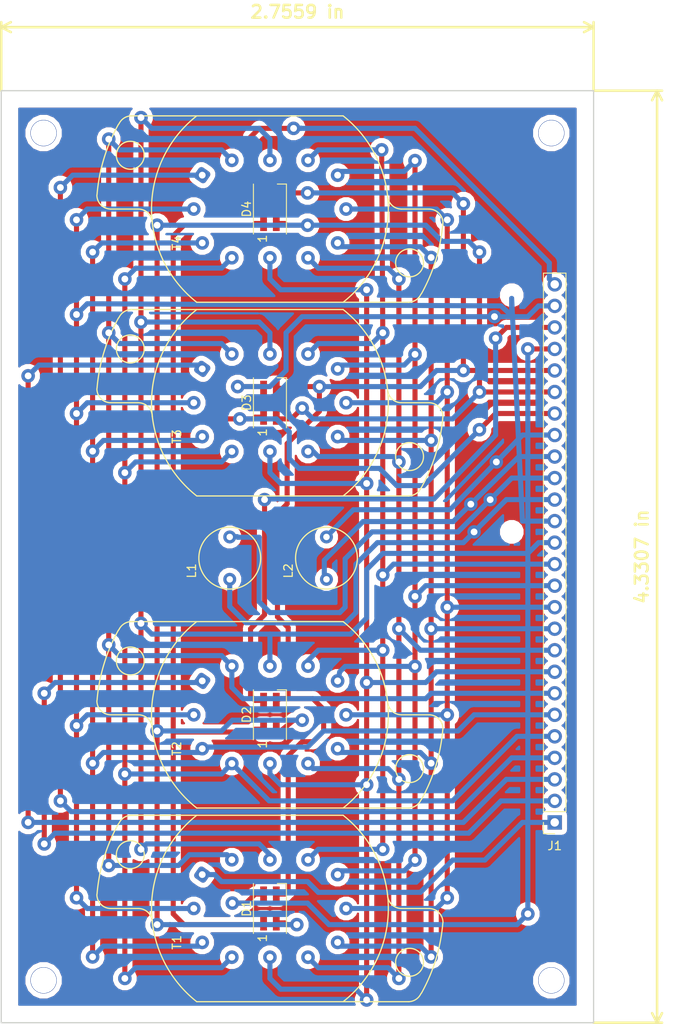
<source format=kicad_pcb>
(kicad_pcb (version 20171130) (host pcbnew 5.0.0-rc2+dfsg1-3)
  (layers (0 F.Cu signal) (31 B.Cu signal) (34 B.Paste user) (35 F.Paste user) (36 B.SilkS user) (37 F.SilkS user) (38 B.Mask user) (39 F.Mask user) (44 Edge.Cuts user))
  (net 0 "")
  (net 1 "Net-(D1-Pad4)")
  (net 2 "Net-(D1-Pad2)")
  (net 3 "Net-(D1-Pad3)")
  (net 4 "Net-(D1-Pad1)")
  (net 5 "Net-(D2-Pad2)")
  (net 6 "Net-(D3-Pad2)")
  (net 7 "Net-(D4-Pad2)")
  (net 8 "Net-(J1-Pad1)")
  (net 9 "Net-(J1-Pad2)")
  (net 10 "Net-(J1-Pad3)")
  (net 11 "Net-(J1-Pad4)")
  (net 12 "Net-(J1-Pad5)")
  (net 13 "Net-(J1-Pad6)")
  (net 14 "Net-(J1-Pad7)")
  (net 15 "Net-(J1-Pad8)")
  (net 16 "Net-(J1-Pad9)")
  (net 17 "Net-(J1-Pad10)")
  (net 18 "Net-(J1-Pad11)")
  (net 19 "Net-(J1-Pad12)")
  (net 20 "Net-(J1-Pad13)")
  (net 21 "Net-(J1-Pad14)")
  (net 22 "Net-(J1-Pad15)")
  (net 23 "Net-(J1-Pad19)")
  (net 24 "Net-(J1-Pad18)")
  (net 25 "Net-(J1-Pad17)")
  (net 26 "Net-(J1-Pad16)")
  (module Connector_PinSocket_2.54mm:PinSocket_1x26_P2.54mm_Vertical (layer F.Cu) (at 120.404972 126.36 180)
    (fp_text reference J1 (at 0 -2.77 180) (layer F.SilkS))
    (fp_text value Conn_01x26_Male hide)
    (pad 1 thru_hole rect (at 0 0 180) (size 1.7 1.7) (drill 1) (layers *.Cu *.Mask) (net 8 "Net-(J1-Pad1)"))
    (pad 2 thru_hole oval (at 0 2.54 180) (size 1.7 1.7) (drill 1) (layers *.Cu *.Mask) (net 9 "Net-(J1-Pad2)"))
    (pad 3 thru_hole oval (at 0 5.08 180) (size 1.7 1.7) (drill 1) (layers *.Cu *.Mask) (net 10 "Net-(J1-Pad3)"))
    (pad 4 thru_hole oval (at 0 7.62 180) (size 1.7 1.7) (drill 1) (layers *.Cu *.Mask) (net 11 "Net-(J1-Pad4)"))
    (pad 5 thru_hole oval (at 0 10.16 180) (size 1.7 1.7) (drill 1) (layers *.Cu *.Mask) (net 12 "Net-(J1-Pad5)"))
    (pad 6 thru_hole oval (at 0 12.7 180) (size 1.7 1.7) (drill 1) (layers *.Cu *.Mask) (net 13 "Net-(J1-Pad6)"))
    (pad 7 thru_hole oval (at 0 15.24 180) (size 1.7 1.7) (drill 1) (layers *.Cu *.Mask) (net 14 "Net-(J1-Pad7)"))
    (pad 8 thru_hole oval (at 0 17.78 180) (size 1.7 1.7) (drill 1) (layers *.Cu *.Mask) (net 15 "Net-(J1-Pad8)"))
    (pad 9 thru_hole oval (at 0 20.32 180) (size 1.7 1.7) (drill 1) (layers *.Cu *.Mask) (net 16 "Net-(J1-Pad9)"))
    (pad 10 thru_hole oval (at 0 22.86 180) (size 1.7 1.7) (drill 1) (layers *.Cu *.Mask) (net 17 "Net-(J1-Pad10)"))
    (pad 11 thru_hole oval (at 0 25.4 180) (size 1.7 1.7) (drill 1) (layers *.Cu *.Mask) (net 18 "Net-(J1-Pad11)"))
    (pad 12 thru_hole oval (at 0 27.94 180) (size 1.7 1.7) (drill 1) (layers *.Cu *.Mask) (net 19 "Net-(J1-Pad12)"))
    (pad 13 thru_hole oval (at 0 30.48 180) (size 1.7 1.7) (drill 1) (layers *.Cu *.Mask) (net 20 "Net-(J1-Pad13)"))
    (pad 14 thru_hole oval (at 0 33.02 180) (size 1.7 1.7) (drill 1) (layers *.Cu *.Mask) (net 21 "Net-(J1-Pad14)"))
    (pad 15 thru_hole oval (at 0 35.56 180) (size 1.7 1.7) (drill 1) (layers *.Cu *.Mask) (net 22 "Net-(J1-Pad15)"))
    (pad 16 thru_hole oval (at 0 38.1 180) (size 1.7 1.7) (drill 1) (layers *.Cu *.Mask) (net 26 "Net-(J1-Pad16)"))
    (pad 17 thru_hole oval (at 0 40.64 180) (size 1.7 1.7) (drill 1) (layers *.Cu *.Mask) (net 25 "Net-(J1-Pad17)"))
    (pad 18 thru_hole oval (at 0 43.18 180) (size 1.7 1.7) (drill 1) (layers *.Cu *.Mask) (net 24 "Net-(J1-Pad18)"))
    (pad 19 thru_hole oval (at 0 45.72 180) (size 1.7 1.7) (drill 1) (layers *.Cu *.Mask) (net 23 "Net-(J1-Pad19)"))
    (pad 20 thru_hole oval (at 0 48.26 180) (size 1.7 1.7) (drill 1) (layers *.Cu *.Mask) (net 4 "Net-(D1-Pad1)"))
    (pad 21 thru_hole oval (at 0 50.8 180) (size 1.7 1.7) (drill 1) (layers *.Cu *.Mask) (net 3 "Net-(D1-Pad3)"))
    (pad 22 thru_hole oval (at 0 53.34 180) (size 1.7 1.7) (drill 1) (layers *.Cu *.Mask) (net 1 "Net-(D1-Pad4)"))
    (pad 23 thru_hole oval (at 0 55.88 180) (size 1.7 1.7) (drill 1) (layers *.Cu *.Mask) (net 2 "Net-(D1-Pad2)"))
    (pad 24 thru_hole oval (at 0 58.42 180) (size 1.7 1.7) (drill 1) (layers *.Cu *.Mask) (net 5 "Net-(D2-Pad2)"))
    (pad 25 thru_hole oval (at 0 60.96 180) (size 1.7 1.7) (drill 1) (layers *.Cu *.Mask) (net 6 "Net-(D3-Pad2)"))
    (pad 26 thru_hole oval (at 0 63.5 180) (size 1.7 1.7) (drill 1) (layers *.Cu *.Mask) (net 7 "Net-(D4-Pad2)"))
  )
  (module Parts:IN-12_0.8mm (layer F.Cu) (at 86.749972 76.83 90)
    (fp_text reference T3 (at -4 -11 90) (layer F.SilkS))
    (fp_text value IN-12)
    (pad 12 thru_hole circle (at 0 -9 90) (size 1.6 1.6) (drill 0.8) (layers *.Cu *.Mask) (net 22 "Net-(J1-Pad15)"))
    (pad 11 thru_hole circle (at -4 -8 90) (size 1.6 1.6) (drill 0.8) (layers *.Cu *.Mask) (net 13 "Net-(J1-Pad6)"))
    (pad 10 thru_hole circle (at -5.75 -4.5 90) (size 1.6 1.6) (drill 0.8) (layers *.Cu *.Mask) (net 12 "Net-(J1-Pad5)"))
    (pad 9 thru_hole circle (at -5.75 0 90) (size 1.6 1.6) (drill 0.8) (layers *.Cu *.Mask) (net 15 "Net-(J1-Pad8)"))
    (pad 8 thru_hole circle (at -5.75 4.5 90) (size 1.6 1.6) (drill 0.8) (layers *.Cu *.Mask) (net 16 "Net-(J1-Pad9)"))
    (pad 7 thru_hole circle (at -4 8 90) (size 1.6 1.6) (drill 0.8) (layers *.Cu *.Mask) (net 17 "Net-(J1-Pad10)"))
    (pad 6 thru_hole circle (at 0 9 90) (size 1.6 1.6) (drill 0.8) (layers *.Cu *.Mask) (net 18 "Net-(J1-Pad11)"))
    (pad 5 thru_hole circle (at 4 8 90) (size 1.6 1.6) (drill 0.8) (layers *.Cu *.Mask) (net 19 "Net-(J1-Pad12)"))
    (pad 4 thru_hole circle (at 5.75 4.5 90) (size 1.6 1.6) (drill 0.8) (layers *.Cu *.Mask) (net 20 "Net-(J1-Pad13)"))
    (pad 3 thru_hole circle (at 5.75 0 90) (size 1.6 1.6) (drill 0.8) (layers *.Cu *.Mask) (net 21 "Net-(J1-Pad14)"))
    (pad 2 thru_hole circle (at 5.75 -4.5 90) (size 1.6 1.6) (drill 0.8) (layers *.Cu *.Mask) (net 14 "Net-(J1-Pad7)"))
    (pad 1 thru_hole roundrect (at 4 -8 145) (size 1.6 1.6) (drill 0.8) (layers *.Cu *.Mask) (net 10 "Net-(J1-Pad3)"))
  )
  (module Parts:IN-12_0.8mm (layer F.Cu) (at 86.749972 136.52 90)
    (fp_text reference T1 (at -4 -11 90) (layer F.SilkS))
    (fp_text value IN-12)
    (pad 12 thru_hole circle (at 0 -9 90) (size 1.6 1.6) (drill 0.8) (layers *.Cu *.Mask) (net 22 "Net-(J1-Pad15)"))
    (pad 11 thru_hole circle (at -4 -8 90) (size 1.6 1.6) (drill 0.8) (layers *.Cu *.Mask) (net 13 "Net-(J1-Pad6)"))
    (pad 10 thru_hole circle (at -5.75 -4.5 90) (size 1.6 1.6) (drill 0.8) (layers *.Cu *.Mask) (net 12 "Net-(J1-Pad5)"))
    (pad 9 thru_hole circle (at -5.75 0 90) (size 1.6 1.6) (drill 0.8) (layers *.Cu *.Mask) (net 15 "Net-(J1-Pad8)"))
    (pad 8 thru_hole circle (at -5.75 4.5 90) (size 1.6 1.6) (drill 0.8) (layers *.Cu *.Mask) (net 16 "Net-(J1-Pad9)"))
    (pad 7 thru_hole circle (at -4 8 90) (size 1.6 1.6) (drill 0.8) (layers *.Cu *.Mask) (net 17 "Net-(J1-Pad10)"))
    (pad 6 thru_hole circle (at 0 9 90) (size 1.6 1.6) (drill 0.8) (layers *.Cu *.Mask) (net 18 "Net-(J1-Pad11)"))
    (pad 5 thru_hole circle (at 4 8 90) (size 1.6 1.6) (drill 0.8) (layers *.Cu *.Mask) (net 19 "Net-(J1-Pad12)"))
    (pad 4 thru_hole circle (at 5.75 4.5 90) (size 1.6 1.6) (drill 0.8) (layers *.Cu *.Mask) (net 20 "Net-(J1-Pad13)"))
    (pad 3 thru_hole circle (at 5.75 0 90) (size 1.6 1.6) (drill 0.8) (layers *.Cu *.Mask) (net 21 "Net-(J1-Pad14)"))
    (pad 2 thru_hole circle (at 5.75 -4.5 90) (size 1.6 1.6) (drill 0.8) (layers *.Cu *.Mask) (net 14 "Net-(J1-Pad7)"))
    (pad 1 thru_hole roundrect (at 4 -8 145) (size 1.6 1.6) (drill 0.8) (layers *.Cu *.Mask) (net 8 "Net-(J1-Pad1)"))
  )
  (module Parts:IN-12_0.8mm (layer F.Cu) (at 86.749972 113.66 90)
    (fp_text reference T2 (at -4 -11 90) (layer F.SilkS))
    (fp_text value IN-12)
    (pad 12 thru_hole circle (at 0 -9 90) (size 1.6 1.6) (drill 0.8) (layers *.Cu *.Mask) (net 22 "Net-(J1-Pad15)"))
    (pad 11 thru_hole circle (at -4 -8 90) (size 1.6 1.6) (drill 0.8) (layers *.Cu *.Mask) (net 13 "Net-(J1-Pad6)"))
    (pad 10 thru_hole circle (at -5.75 -4.5 90) (size 1.6 1.6) (drill 0.8) (layers *.Cu *.Mask) (net 12 "Net-(J1-Pad5)"))
    (pad 9 thru_hole circle (at -5.75 0 90) (size 1.6 1.6) (drill 0.8) (layers *.Cu *.Mask) (net 15 "Net-(J1-Pad8)"))
    (pad 8 thru_hole circle (at -5.75 4.5 90) (size 1.6 1.6) (drill 0.8) (layers *.Cu *.Mask) (net 16 "Net-(J1-Pad9)"))
    (pad 7 thru_hole circle (at -4 8 90) (size 1.6 1.6) (drill 0.8) (layers *.Cu *.Mask) (net 17 "Net-(J1-Pad10)"))
    (pad 6 thru_hole circle (at 0 9 90) (size 1.6 1.6) (drill 0.8) (layers *.Cu *.Mask) (net 18 "Net-(J1-Pad11)"))
    (pad 5 thru_hole circle (at 4 8 90) (size 1.6 1.6) (drill 0.8) (layers *.Cu *.Mask) (net 19 "Net-(J1-Pad12)"))
    (pad 4 thru_hole circle (at 5.75 4.5 90) (size 1.6 1.6) (drill 0.8) (layers *.Cu *.Mask) (net 20 "Net-(J1-Pad13)"))
    (pad 3 thru_hole circle (at 5.75 0 90) (size 1.6 1.6) (drill 0.8) (layers *.Cu *.Mask) (net 21 "Net-(J1-Pad14)"))
    (pad 2 thru_hole circle (at 5.75 -4.5 90) (size 1.6 1.6) (drill 0.8) (layers *.Cu *.Mask) (net 14 "Net-(J1-Pad7)"))
    (pad 1 thru_hole roundrect (at 4 -8 145) (size 1.6 1.6) (drill 0.8) (layers *.Cu *.Mask) (net 9 "Net-(J1-Pad2)"))
  )
  (module Parts:IN-12_0.8mm (layer F.Cu) (at 86.749972 53.97 90)
    (fp_text reference T4 (at -4 -11 90) (layer F.SilkS))
    (fp_text value IN-12)
    (pad 12 thru_hole circle (at 0 -9 90) (size 1.6 1.6) (drill 0.8) (layers *.Cu *.Mask) (net 22 "Net-(J1-Pad15)"))
    (pad 11 thru_hole circle (at -4 -8 90) (size 1.6 1.6) (drill 0.8) (layers *.Cu *.Mask) (net 13 "Net-(J1-Pad6)"))
    (pad 10 thru_hole circle (at -5.75 -4.5 90) (size 1.6 1.6) (drill 0.8) (layers *.Cu *.Mask) (net 12 "Net-(J1-Pad5)"))
    (pad 9 thru_hole circle (at -5.75 0 90) (size 1.6 1.6) (drill 0.8) (layers *.Cu *.Mask) (net 15 "Net-(J1-Pad8)"))
    (pad 8 thru_hole circle (at -5.75 4.5 90) (size 1.6 1.6) (drill 0.8) (layers *.Cu *.Mask) (net 16 "Net-(J1-Pad9)"))
    (pad 7 thru_hole circle (at -4 8 90) (size 1.6 1.6) (drill 0.8) (layers *.Cu *.Mask) (net 17 "Net-(J1-Pad10)"))
    (pad 6 thru_hole circle (at 0 9 90) (size 1.6 1.6) (drill 0.8) (layers *.Cu *.Mask) (net 18 "Net-(J1-Pad11)"))
    (pad 5 thru_hole circle (at 4 8 90) (size 1.6 1.6) (drill 0.8) (layers *.Cu *.Mask) (net 19 "Net-(J1-Pad12)"))
    (pad 4 thru_hole circle (at 5.75 4.5 90) (size 1.6 1.6) (drill 0.8) (layers *.Cu *.Mask) (net 20 "Net-(J1-Pad13)"))
    (pad 3 thru_hole circle (at 5.75 0 90) (size 1.6 1.6) (drill 0.8) (layers *.Cu *.Mask) (net 21 "Net-(J1-Pad14)"))
    (pad 2 thru_hole circle (at 5.75 -4.5 90) (size 1.6 1.6) (drill 0.8) (layers *.Cu *.Mask) (net 14 "Net-(J1-Pad7)"))
    (pad 1 thru_hole roundrect (at 4 -8 145) (size 1.6 1.6) (drill 0.8) (layers *.Cu *.Mask) (net 11 "Net-(J1-Pad4)"))
  )
  (module Parts:LED_3528_3.5x2.8mm (layer F.Cu) (at 86.749972 136.52 90)
    (fp_text reference D1 (at 0 -2.75 90) (layer F.SilkS))
    (fp_text value LED_RGB_CA hide)
    (fp_text user 1 (at -3.5 -0.875 90) (layer F.SilkS))
    (pad 1 smd rect (at -1.7 -0.75 270) (size 1.8 0.8) (layers F.Cu F.Paste F.Mask) (net 4 "Net-(D1-Pad1)"))
    (pad 3 smd rect (at -1.7 0.75 270) (size 1.8 0.8) (layers F.Cu F.Paste F.Mask) (net 3 "Net-(D1-Pad3)"))
    (pad 2 smd rect (at 1.7 -0.75 270) (size 1.8 0.8) (layers F.Cu F.Paste F.Mask) (net 2 "Net-(D1-Pad2)"))
    (pad 4 smd rect (at 1.7 0.75 270) (size 1.8 0.8) (layers F.Cu F.Paste F.Mask) (net 1 "Net-(D1-Pad4)"))
  )
  (module Parts:LED_3528_3.5x2.8mm (layer F.Cu) (at 86.749972 113.66 90)
    (fp_text reference D2 (at 0 -2.75 90) (layer F.SilkS))
    (fp_text value LED_RGB_CA hide)
    (fp_text user 1 (at -3.5 -0.875 90) (layer F.SilkS))
    (pad 1 smd rect (at -1.7 -0.75 270) (size 1.8 0.8) (layers F.Cu F.Paste F.Mask) (net 4 "Net-(D1-Pad1)"))
    (pad 3 smd rect (at -1.7 0.75 270) (size 1.8 0.8) (layers F.Cu F.Paste F.Mask) (net 3 "Net-(D1-Pad3)"))
    (pad 2 smd rect (at 1.7 -0.75 270) (size 1.8 0.8) (layers F.Cu F.Paste F.Mask) (net 5 "Net-(D2-Pad2)"))
    (pad 4 smd rect (at 1.7 0.75 270) (size 1.8 0.8) (layers F.Cu F.Paste F.Mask) (net 1 "Net-(D1-Pad4)"))
  )
  (module Parts:LED_3528_3.5x2.8mm (layer F.Cu) (at 86.749972 76.83 90)
    (fp_text reference D3 (at 0 -2.75 90) (layer F.SilkS))
    (fp_text value LED_RGB_CA hide)
    (fp_text user 1 (at -3.5 -0.875 90) (layer F.SilkS))
    (pad 1 smd rect (at -1.7 -0.75 270) (size 1.8 0.8) (layers F.Cu F.Paste F.Mask) (net 4 "Net-(D1-Pad1)"))
    (pad 3 smd rect (at -1.7 0.75 270) (size 1.8 0.8) (layers F.Cu F.Paste F.Mask) (net 3 "Net-(D1-Pad3)"))
    (pad 2 smd rect (at 1.7 -0.75 270) (size 1.8 0.8) (layers F.Cu F.Paste F.Mask) (net 6 "Net-(D3-Pad2)"))
    (pad 4 smd rect (at 1.7 0.75 270) (size 1.8 0.8) (layers F.Cu F.Paste F.Mask) (net 1 "Net-(D1-Pad4)"))
  )
  (module Parts:LED_3528_3.5x2.8mm (layer F.Cu) (at 86.749972 53.97 90)
    (fp_text reference D4 (at 0 -2.75 90) (layer F.SilkS))
    (fp_text value LED_RGB_CA hide)
    (fp_text user 1 (at -3.5 -0.875 90) (layer F.SilkS))
    (pad 1 smd rect (at -1.7 -0.75 270) (size 1.8 0.8) (layers F.Cu F.Paste F.Mask) (net 4 "Net-(D1-Pad1)"))
    (pad 3 smd rect (at -1.7 0.75 270) (size 1.8 0.8) (layers F.Cu F.Paste F.Mask) (net 3 "Net-(D1-Pad3)"))
    (pad 2 smd rect (at 1.7 -0.75 270) (size 1.8 0.8) (layers F.Cu F.Paste F.Mask) (net 7 "Net-(D4-Pad2)"))
    (pad 4 smd rect (at 1.7 0.75 270) (size 1.8 0.8) (layers F.Cu F.Paste F.Mask) (net 1 "Net-(D1-Pad4)"))
  )
  (module Parts:ins-1 (layer F.Cu) (at 82 95.17 90)
    (fp_text reference L1 (at -1.5 -4.5 90) (layer F.SilkS))
    (fp_text value ins-1)
    (pad 2 thru_hole circle (at 2.5 0 90) (size 1.524 1.524) (drill 0.762) (layers *.Cu *.Mask) (net 25 "Net-(J1-Pad17)"))
    (pad 1 thru_hole circle (at -2.5 0 90) (size 1.524 1.524) (drill 0.762) (layers *.Cu *.Mask) (net 26 "Net-(J1-Pad16)"))
  )
  (module Parts:ins-1 (layer F.Cu) (at 93.43 95.17 90)
    (fp_text reference L2 (at -1.5 -4.5 90) (layer F.SilkS))
    (fp_text value ins-1)
    (pad 1 thru_hole circle (at -2.5 0 90) (size 1.524 1.524) (drill 0.762) (layers *.Cu *.Mask) (net 24 "Net-(J1-Pad18)"))
    (pad 2 thru_hole circle (at 2.5 0 90) (size 1.524 1.524) (drill 0.762) (layers *.Cu *.Mask) (net 23 "Net-(J1-Pad19)"))
  )
  (dimension 110 (width 0.3) (layer F.SilkS) (gr_text "110.000 mm" (at 134.6 95 270) (layer F.SilkS) (effects (font (size 1.5 1.5) (thickness 0.3)))) (feature1 (pts (xy 125 150) (xy 133.086421 150))) (feature2 (pts (xy 125 40) (xy 133.086421 40))) (crossbar (pts (xy 132.5 40) (xy 132.5 150))) (arrow1a (pts (xy 132.5 150) (xy 131.913579 148.873496))) (arrow1b (pts (xy 132.5 150) (xy 133.086421 148.873496))) (arrow2a (pts (xy 132.5 40) (xy 131.913579 41.126504))) (arrow2b (pts (xy 132.5 40) (xy 133.086421 41.126504))))
  (dimension 70 (width 0.3) (layer F.SilkS) (gr_text "70.000 mm" (at 90 30.4) (layer F.SilkS) (effects (font (size 1.5 1.5) (thickness 0.3)))) (feature1 (pts (xy 55 40) (xy 55 31.913579))) (feature2 (pts (xy 125 40) (xy 125 31.913579))) (crossbar (pts (xy 125 32.5) (xy 55 32.5))) (arrow1a (pts (xy 55 32.5) (xy 56.126504 31.913579))) (arrow1b (pts (xy 55 32.5) (xy 56.126504 33.086421))) (arrow2a (pts (xy 125 32.5) (xy 123.873496 31.913579))) (arrow2b (pts (xy 125 32.5) (xy 123.873496 33.086421))))
  (gr_line (start 55 40) (end 125 40) (layer Edge.Cuts) (width 0.15))
  (gr_line (start 55 40) (end 55 150) (layer Edge.Cuts) (width 0.15))
  (gr_line (start 125 150) (end 55 150) (layer Edge.Cuts) (width 0.15))
  (gr_line (start 125 40) (end 125 150) (layer Edge.Cuts) (width 0.15))
  (via (at 120 145) (size 3.1) (drill 3) (layers F.Cu B.Cu) (net 0))
  (via (at 60 145) (size 3.1) (drill 3) (layers F.Cu B.Cu) (net 0))
  (via (at 60 45) (size 3.1) (drill 3) (layers F.Cu B.Cu) (net 0))
  (via (at 120 45) (size 3.1) (drill 3) (layers F.Cu B.Cu) (net 0))
  (via (at 109.609972 73.02) (size 1.6) (drill 0.8) (layers F.Cu B.Cu) (net 1))
  (segment (start 109.609972 73.02) (end 109.609972 53.335) (width 0.6) (layer F.Cu) (net 1))
  (via (at 109.609972 53.335) (size 1.6) (drill 0.8) (layers F.Cu B.Cu) (net 1))
  (segment (start 109.609972 53.335) (end 108.339972 52.065) (width 0.6) (layer B.Cu) (net 1))
  (segment (start 108.339972 52.065) (end 91.194972 52.065) (width 0.6) (layer B.Cu) (net 1))
  (via (at 91.194972 52.065) (size 1.6) (drill 0.8) (layers F.Cu B.Cu) (net 1))
  (segment (start 91.194972 52.065) (end 87.704972 52.065) (width 0.6) (layer F.Cu) (net 1))
  (segment (start 87.704972 52.065) (end 87.499972 52.27) (width 0.6) (layer F.Cu) (net 1))
  (segment (start 106.434972 73.02) (end 109.609972 73.02) (width 0.6) (layer B.Cu) (net 1))
  (segment (start 92.591972 74.925) (end 88.704972 74.925) (width 0.6) (layer F.Cu) (net 1))
  (via (at 92.591972 74.925) (size 1.6) (drill 0.8) (layers F.Cu B.Cu) (net 1))
  (segment (start 88.704972 74.925) (end 88.499972 75.13) (width 0.6) (layer F.Cu) (net 1))
  (segment (start 92.591972 74.925) (end 104.529972 74.925) (width 0.6) (layer B.Cu) (net 1))
  (segment (start 88.499972 75.13) (end 87.499972 75.13) (width 0.6) (layer F.Cu) (net 1))
  (segment (start 104.529972 74.925) (end 106.434972 73.02) (width 0.6) (layer B.Cu) (net 1))
  (segment (start 88.019972 111.755) (end 87.499972 111.96) (width 0.6) (layer F.Cu) (net 1))
  (segment (start 91.829972 111.755) (end 88.019972 111.755) (width 0.6) (layer F.Cu) (net 1))
  (segment (start 93.099972 113.025) (end 91.829972 111.755) (width 0.6) (layer F.Cu) (net 1))
  (segment (start 88.499972 134.82) (end 88.908972 134.411) (width 0.6) (layer F.Cu) (net 1))
  (segment (start 87.499972 134.82) (end 88.499972 134.82) (width 0.6) (layer F.Cu) (net 1))
  (segment (start 88.908972 118.486) (end 90.559972 116.835) (width 0.6) (layer F.Cu) (net 1))
  (segment (start 93.099972 115.565) (end 93.099972 113.025) (width 0.6) (layer F.Cu) (net 1))
  (segment (start 88.908972 134.411) (end 88.908972 118.486) (width 0.6) (layer F.Cu) (net 1))
  (segment (start 91.829972 116.835) (end 93.099972 115.565) (width 0.6) (layer F.Cu) (net 1))
  (segment (start 90.559972 116.835) (end 91.829972 116.835) (width 0.6) (layer F.Cu) (net 1))
  (segment (start 109.609972 73.02) (end 120.404972 73.02) (width 0.6) (layer F.Cu) (net 1))
  (segment (start 92.591972 77.846) (end 92.591972 74.925) (width 0.6) (layer F.Cu) (net 1))
  (segment (start 88.781972 81.656) (end 92.591972 77.846) (width 0.6) (layer F.Cu) (net 1))
  (segment (start 88.908972 111.755) (end 88.908972 103.373) (width 0.6) (layer F.Cu) (net 1))
  (segment (start 88.019972 111.755) (end 88.908972 111.755) (width 0.6) (layer F.Cu) (net 1))
  (segment (start 88.908972 103.373) (end 87.638972 102.103) (width 0.6) (layer F.Cu) (net 1))
  (segment (start 87.638972 102.103) (end 87.638972 89.911) (width 0.6) (layer F.Cu) (net 1))
  (segment (start 87.638972 89.911) (end 88.781972 88.768) (width 0.6) (layer F.Cu) (net 1))
  (segment (start 88.781972 88.768) (end 88.781972 81.656) (width 0.6) (layer F.Cu) (net 1))
  (segment (start 84.999972 134.82) (end 83.934972 135.885) (width 0.6) (layer F.Cu) (net 2))
  (segment (start 85.999972 134.82) (end 84.999972 134.82) (width 0.6) (layer F.Cu) (net 2))
  (segment (start 83.934972 135.885) (end 82.304972 135.885) (width 0.6) (layer F.Cu) (net 2))
  (via (at 82.304972 135.885) (size 1.6) (drill 0.8) (layers F.Cu B.Cu) (net 2))
  (via (at 117.229972 70.48) (size 1.6) (drill 0.8) (layers F.Cu B.Cu) (net 2))
  (segment (start 82.304972 135.885) (end 91.194972 135.885) (width 0.6) (layer B.Cu) (net 2))
  (segment (start 91.194972 135.885) (end 93.734972 138.425) (width 0.6) (layer B.Cu) (net 2))
  (segment (start 93.734972 138.425) (end 115.959972 138.425) (width 0.6) (layer B.Cu) (net 2))
  (segment (start 115.959972 138.425) (end 117.229972 137.155) (width 0.6) (layer B.Cu) (net 2))
  (segment (start 117.229972 70.48) (end 117.229972 137.155) (width 0.6) (layer B.Cu) (net 2))
  (via (at 117.229972 137.155) (size 1.6) (drill 0.8) (layers F.Cu B.Cu) (net 2))
  (segment (start 120.404972 70.48) (end 117.229972 70.48) (width 0.6) (layer F.Cu) (net 2))
  (segment (start 88.499972 55.67) (end 88.704972 55.875) (width 0.6) (layer F.Cu) (net 3))
  (segment (start 87.499972 55.67) (end 88.499972 55.67) (width 0.6) (layer F.Cu) (net 3))
  (segment (start 88.704972 55.875) (end 91.194972 55.875) (width 0.6) (layer F.Cu) (net 3))
  (via (at 91.194972 55.875) (size 1.6) (drill 0.8) (layers F.Cu B.Cu) (net 3))
  (segment (start 74.049972 138.425) (end 73.414972 138.425) (width 0.6) (layer B.Cu) (net 3))
  (via (at 73.414972 138.425) (size 1.6) (drill 0.8) (layers F.Cu B.Cu) (net 3))
  (via (at 90.559972 114.295) (size 1.6) (drill 0.8) (layers F.Cu B.Cu) (net 3))
  (segment (start 90.559972 114.295) (end 82.304972 114.295) (width 0.6) (layer B.Cu) (net 3))
  (segment (start 82.304972 114.295) (end 81.034972 115.565) (width 0.6) (layer B.Cu) (net 3))
  (segment (start 81.034972 115.565) (end 73.414972 115.565) (width 0.6) (layer B.Cu) (net 3))
  (via (at 73.414972 115.565) (size 1.6) (drill 0.8) (layers F.Cu B.Cu) (net 3))
  (segment (start 73.414972 115.565) (end 73.414972 138.425) (width 0.6) (layer F.Cu) (net 3))
  (via (at 90.559972 77.465) (size 1.6) (drill 0.8) (layers F.Cu B.Cu) (net 3))
  (segment (start 87.704972 78.735) (end 87.499972 78.53) (width 0.6) (layer F.Cu) (net 3))
  (segment (start 89.289972 78.735) (end 87.704972 78.735) (width 0.6) (layer F.Cu) (net 3))
  (segment (start 89.289972 78.735) (end 90.559972 77.465) (width 0.6) (layer F.Cu) (net 3))
  (segment (start 89.564972 114.295) (end 90.559972 114.295) (width 0.6) (layer F.Cu) (net 3))
  (segment (start 87.384972 115.565) (end 88.019972 115.565) (width 0.6) (layer F.Cu) (net 3))
  (segment (start 88.019972 115.565) (end 89.564972 114.295) (width 0.6) (layer F.Cu) (net 3))
  (segment (start 73.414972 115.565) (end 73.414972 55.875) (width 0.6) (layer F.Cu) (net 3))
  (via (at 73.414972 55.875) (size 1.6) (drill 0.8) (layers F.Cu B.Cu) (net 3))
  (segment (start 91.194972 55.875) (end 73.414972 55.875) (width 0.6) (layer B.Cu) (net 3))
  (segment (start 107.069972 57.78) (end 110.244972 57.78) (width 0.6) (layer B.Cu) (net 3))
  (segment (start 110.244972 57.78) (end 111.514972 59.05) (width 0.6) (layer B.Cu) (net 3))
  (segment (start 105.164972 55.875) (end 107.069972 57.78) (width 0.6) (layer B.Cu) (net 3))
  (via (at 111.514972 59.05) (size 1.6) (drill 0.8) (layers F.Cu B.Cu) (net 3))
  (segment (start 91.194972 55.875) (end 105.164972 55.875) (width 0.6) (layer B.Cu) (net 3))
  (segment (start 108.339972 78.735) (end 111.514972 75.56) (width 0.6) (layer B.Cu) (net 3))
  (segment (start 90.559972 77.465) (end 91.829972 78.735) (width 0.6) (layer B.Cu) (net 3))
  (segment (start 91.829972 78.735) (end 108.339972 78.735) (width 0.6) (layer B.Cu) (net 3))
  (via (at 111.514972 75.56) (size 1.6) (drill 0.8) (layers F.Cu B.Cu) (net 3))
  (segment (start 111.514972 59.05) (end 111.514972 75.56) (width 0.6) (layer F.Cu) (net 3))
  (segment (start 88.499972 138.22) (end 87.499972 138.22) (width 0.6) (layer F.Cu) (net 3))
  (segment (start 89.924972 138.425) (end 73.414972 138.425) (width 0.6) (layer B.Cu) (net 3))
  (segment (start 88.704972 138.425) (end 88.499972 138.22) (width 0.6) (layer F.Cu) (net 3))
  (via (at 89.924972 138.425) (size 1.6) (drill 0.8) (layers F.Cu B.Cu) (net 3))
  (segment (start 89.924972 138.425) (end 88.704972 138.425) (width 0.6) (layer F.Cu) (net 3))
  (segment (start 111.514972 75.56) (end 120.404972 75.56) (width 0.6) (layer F.Cu) (net 3))
  (segment (start 76.589972 138.425) (end 85.794972 138.425) (width 0.6) (layer F.Cu) (net 4))
  (segment (start 84.999972 55.67) (end 84.794972 55.875) (width 0.6) (layer F.Cu) (net 4))
  (segment (start 85.794972 138.425) (end 85.999972 138.22) (width 0.6) (layer F.Cu) (net 4))
  (segment (start 85.999972 55.67) (end 84.999972 55.67) (width 0.6) (layer F.Cu) (net 4))
  (segment (start 84.794972 55.875) (end 76.589972 55.875) (width 0.6) (layer F.Cu) (net 4))
  (segment (start 76.589972 55.875) (end 75.319972 57.145) (width 0.6) (layer F.Cu) (net 4))
  (segment (start 75.319972 137.155) (end 76.589972 138.425) (width 0.6) (layer F.Cu) (net 4))
  (segment (start 84.999972 78.53) (end 84.794972 78.735) (width 0.6) (layer F.Cu) (net 4))
  (segment (start 85.999972 78.53) (end 84.999972 78.53) (width 0.6) (layer F.Cu) (net 4))
  (segment (start 75.954972 78.735) (end 75.319972 79.37) (width 0.6) (layer F.Cu) (net 4))
  (segment (start 84.794972 78.735) (end 83.193972 78.735) (width 0.6) (layer F.Cu) (net 4))
  (segment (start 75.319972 57.145) (end 75.319972 79.37) (width 0.6) (layer F.Cu) (net 4))
  (segment (start 83.193972 78.735) (end 75.954972 78.735) (width 0.6) (layer F.Cu) (net 4))
  (via (at 83.193972 78.735) (size 1.6) (drill 0.8) (layers F.Cu B.Cu) (net 4))
  (segment (start 84.999972 115.36) (end 84.667972 115.692) (width 0.6) (layer F.Cu) (net 4))
  (segment (start 84.667972 115.692) (end 75.319972 115.692) (width 0.6) (layer F.Cu) (net 4))
  (segment (start 85.999972 115.36) (end 84.999972 115.36) (width 0.6) (layer F.Cu) (net 4))
  (segment (start 75.319972 79.37) (end 75.319972 115.692) (width 0.6) (layer F.Cu) (net 4))
  (segment (start 75.319972 115.692) (end 75.319972 137.155) (width 0.6) (layer F.Cu) (net 4))
  (segment (start 113.419972 78.1) (end 119.769972 78.1) (width 0.6) (layer F.Cu) (net 4))
  (segment (start 104.910972 86.609) (end 111.509972 80.01) (width 0.6) (layer B.Cu) (net 4))
  (segment (start 101.735972 86.609) (end 104.910972 86.609) (width 0.6) (layer B.Cu) (net 4))
  (segment (start 82.939972 78.735) (end 87.511972 78.735) (width 0.6) (layer B.Cu) (net 4))
  (segment (start 87.511972 78.735) (end 89.035972 80.259) (width 0.6) (layer B.Cu) (net 4))
  (segment (start 89.035972 80.259) (end 89.035972 83.434) (width 0.6) (layer B.Cu) (net 4))
  (segment (start 89.035972 83.434) (end 90.178972 84.577) (width 0.6) (layer B.Cu) (net 4))
  (segment (start 90.178972 84.577) (end 99.703972 84.577) (width 0.6) (layer B.Cu) (net 4))
  (segment (start 99.703972 84.577) (end 101.735972 86.609) (width 0.6) (layer B.Cu) (net 4))
  (segment (start 111.509972 80.01) (end 113.419972 78.1) (width 0.6) (layer F.Cu) (net 4))
  (via (at 111.509972 80.01) (size 1.6) (drill 0.8) (layers F.Cu B.Cu) (net 4))
  (segment (start 113.419972 80.64) (end 113.419972 69.215) (width 0.6) (layer B.Cu) (net 5))
  (segment (start 84.999972 111.96) (end 85.999972 111.96) (width 0.6) (layer F.Cu) (net 5))
  (segment (start 84.463972 111.424) (end 84.999972 111.96) (width 0.6) (layer F.Cu) (net 5))
  (via (at 86.114972 88.26) (size 1.6) (drill 0.8) (layers F.Cu B.Cu) (net 5))
  (segment (start 86.114972 101.849) (end 84.463972 103.5) (width 0.6) (layer F.Cu) (net 5))
  (segment (start 84.463972 103.5) (end 84.463972 111.424) (width 0.6) (layer F.Cu) (net 5))
  (segment (start 86.114972 88.26) (end 86.114972 101.849) (width 0.6) (layer F.Cu) (net 5))
  (segment (start 114.689972 67.94) (end 120.404972 67.94) (width 0.6) (layer F.Cu) (net 5))
  (segment (start 113.419972 69.21) (end 114.689972 67.94) (width 0.6) (layer F.Cu) (net 5))
  (segment (start 106.13 88.185) (end 113.419972 80.64) (width 0.6) (layer B.Cu) (net 5))
  (segment (start 86.445 88.185) (end 106.13 88.185) (width 0.6) (layer B.Cu) (net 5))
  (segment (start 113.419972 69.215) (end 113.419972 69.21) (width 0.6) (layer B.Cu) (net 5))
  (via (at 113.419972 69.215) (size 1.6) (drill 0.8) (layers F.Cu B.Cu) (net 5))
  (via (at 82.939972 74.925) (size 1.6) (drill 0.8) (layers F.Cu B.Cu) (net 6))
  (segment (start 86.114972 74.925) (end 82.939972 74.925) (width 0.6) (layer F.Cu) (net 6))
  (segment (start 85.999972 75.13) (end 86.114972 74.925) (width 0.6) (layer F.Cu) (net 6))
  (segment (start 118.499972 65.4) (end 120.404972 65.4) (width 0.6) (layer B.Cu) (net 6))
  (segment (start 86.749972 74.925) (end 88.654972 73.02) (width 0.6) (layer B.Cu) (net 6))
  (segment (start 82.939972 74.925) (end 86.749972 74.925) (width 0.6) (layer B.Cu) (net 6))
  (segment (start 88.654972 73.02) (end 88.654972 68.575) (width 0.6) (layer B.Cu) (net 6))
  (segment (start 88.654972 68.575) (end 90.559972 66.67) (width 0.6) (layer B.Cu) (net 6))
  (segment (start 90.559972 66.67) (end 113.284 66.67) (width 0.6) (layer B.Cu) (net 6))
  (segment (start 117.229972 66.67) (end 118.499972 65.4) (width 0.6) (layer B.Cu) (net 6))
  (segment (start 113.284 66.67) (end 117.229972 66.67) (width 0.6) (layer B.Cu) (net 6))
  (via (at 113.284 66.67) (size 1.6) (drill 0.8) (layers F.Cu B.Cu) (net 6))
  (segment (start 86.114972 52.7) (end 86.114972 52.065) (width 0.6) (layer F.Cu) (net 7))
  (segment (start 84.999972 52.27) (end 84.463972 51.734) (width 0.6) (layer F.Cu) (net 7))
  (segment (start 85.999972 52.27) (end 84.999972 52.27) (width 0.6) (layer F.Cu) (net 7))
  (segment (start 84.463972 51.734) (end 84.463972 45.461) (width 0.6) (layer F.Cu) (net 7))
  (segment (start 84.463972 45.461) (end 85.479972 44.445) (width 0.6) (layer F.Cu) (net 7))
  (segment (start 85.479972 44.445) (end 89.543972 44.445) (width 0.6) (layer F.Cu) (net 7))
  (via (at 89.543972 44.445) (size 1.6) (drill 0.8) (layers F.Cu B.Cu) (net 7))
  (segment (start 90.3925 44.445) (end 90.422501 44.414999) (width 0.6) (layer B.Cu) (net 7))
  (segment (start 90.3925 44.445) (end 89.543972 44.445) (width 0.6) (layer B.Cu) (net 7))
  (segment (start 103.894972 44.445) (end 90.3925 44.445) (width 0.6) (layer B.Cu) (net 7))
  (segment (start 119.769972 60.32) (end 103.894972 44.445) (width 0.6) (layer B.Cu) (net 7))
  (segment (start 120.404972 62.86) (end 119.769972 62.225) (width 0.6) (layer B.Cu) (net 7))
  (segment (start 119.769972 62.225) (end 119.769972 60.32) (width 0.6) (layer B.Cu) (net 7))
  (segment (start 116.594972 126.36) (end 120.404972 126.36) (width 0.6) (layer B.Cu) (net 8))
  (segment (start 112.149972 130.805) (end 116.594972 126.36) (width 0.6) (layer B.Cu) (net 8))
  (segment (start 80.209972 132.52) (end 81.034972 133.345) (width 0.6) (layer B.Cu) (net 8))
  (segment (start 78.749972 132.52) (end 80.209972 132.52) (width 0.6) (layer B.Cu) (net 8))
  (segment (start 108.339972 130.805) (end 112.149972 130.805) (width 0.6) (layer B.Cu) (net 8))
  (segment (start 81.034972 133.345) (end 91.194972 133.345) (width 0.6) (layer B.Cu) (net 8))
  (segment (start 91.194972 133.345) (end 92.464972 134.615) (width 0.6) (layer B.Cu) (net 8))
  (segment (start 104.529972 134.615) (end 108.339972 130.805) (width 0.6) (layer B.Cu) (net 8))
  (segment (start 92.464972 134.615) (end 104.529972 134.615) (width 0.6) (layer B.Cu) (net 8))
  (via (at 60.079972 111.12) (size 1.6) (drill 0.8) (layers F.Cu B.Cu) (net 9))
  (segment (start 60.079972 111.12) (end 60.079972 128.9) (width 0.6) (layer F.Cu) (net 9))
  (via (at 60.079972 128.9) (size 1.6) (drill 0.8) (layers F.Cu B.Cu) (net 9))
  (segment (start 61.349972 109.85) (end 60.079972 111.12) (width 0.6) (layer B.Cu) (net 9))
  (segment (start 78.494972 109.85) (end 61.349972 109.85) (width 0.6) (layer B.Cu) (net 9))
  (segment (start 61.349972 127.63) (end 60.079972 128.9) (width 0.6) (layer B.Cu) (net 9))
  (segment (start 110.244972 127.63) (end 61.349972 127.63) (width 0.6) (layer B.Cu) (net 9))
  (segment (start 120.404972 123.82) (end 114.054972 123.82) (width 0.6) (layer B.Cu) (net 9))
  (segment (start 114.054972 123.82) (end 110.244972 127.63) (width 0.6) (layer B.Cu) (net 9))
  (via (at 58.174972 73.655) (size 1.6) (drill 0.8) (layers F.Cu B.Cu) (net 10))
  (segment (start 58.174972 73.655) (end 59.444972 72.385) (width 0.6) (layer B.Cu) (net 10))
  (segment (start 58.174972 73.655) (end 58.174972 126.36) (width 0.6) (layer F.Cu) (net 10))
  (via (at 58.174972 126.36) (size 1.6) (drill 0.8) (layers F.Cu B.Cu) (net 10))
  (segment (start 59.444972 72.385) (end 78.494972 72.385) (width 0.6) (layer B.Cu) (net 10))
  (segment (start 109.609972 126.36) (end 58.174972 126.36) (width 0.6) (layer B.Cu) (net 10))
  (segment (start 120.404972 121.28) (end 114.689972 121.28) (width 0.6) (layer B.Cu) (net 10))
  (segment (start 114.689972 121.28) (end 109.609972 126.36) (width 0.6) (layer B.Cu) (net 10))
  (segment (start 78.749972 49.97) (end 63.444972 49.97) (width 0.6) (layer B.Cu) (net 11))
  (segment (start 63.444972 49.97) (end 61.984972 51.43) (width 0.6) (layer B.Cu) (net 11))
  (via (at 61.984972 51.43) (size 1.6) (drill 0.8) (layers F.Cu B.Cu) (net 11))
  (segment (start 61.984972 51.43) (end 61.984972 123.82) (width 0.6) (layer F.Cu) (net 11))
  (via (at 61.984972 123.82) (size 1.6) (drill 0.8) (layers F.Cu B.Cu) (net 11))
  (segment (start 63.254972 125.09) (end 61.984972 123.82) (width 0.6) (layer B.Cu) (net 11))
  (segment (start 108.974972 125.09) (end 63.254972 125.09) (width 0.6) (layer B.Cu) (net 11))
  (segment (start 120.404972 118.74) (end 115.324972 118.74) (width 0.6) (layer B.Cu) (net 11))
  (segment (start 115.324972 118.74) (end 108.974972 125.09) (width 0.6) (layer B.Cu) (net 11))
  (via (at 69.604972 144.775) (size 1.6) (drill 0.8) (layers F.Cu B.Cu) (net 12))
  (segment (start 69.604972 144.775) (end 70.874972 143.505) (width 0.6) (layer B.Cu) (net 12))
  (via (at 69.604972 62.225) (size 1.6) (drill 0.8) (layers F.Cu B.Cu) (net 12))
  (segment (start 70.874972 83.815) (end 69.604972 85.085) (width 0.6) (layer B.Cu) (net 12))
  (segment (start 69.604972 85.085) (end 69.604972 62.225) (width 0.6) (layer F.Cu) (net 12))
  (via (at 69.604972 85.085) (size 1.6) (drill 0.8) (layers F.Cu B.Cu) (net 12))
  (segment (start 69.604972 120.645) (end 69.604972 144.775) (width 0.6) (layer F.Cu) (net 12))
  (segment (start 69.604972 120.645) (end 69.604972 85.085) (width 0.6) (layer F.Cu) (net 12))
  (via (at 69.604972 120.645) (size 1.6) (drill 0.8) (layers F.Cu B.Cu) (net 12))
  (segment (start 81.034972 83.815) (end 70.874972 83.815) (width 0.6) (layer B.Cu) (net 12))
  (segment (start 81.449973 83.399999) (end 81.034972 83.815) (width 0.6) (layer B.Cu) (net 12))
  (segment (start 82.249972 82.58) (end 81.449973 83.379999) (width 0.6) (layer B.Cu) (net 12))
  (segment (start 81.449973 83.379999) (end 81.449973 83.399999) (width 0.6) (layer B.Cu) (net 12))
  (segment (start 81.014972 143.505) (end 82.249972 142.27) (width 0.6) (layer B.Cu) (net 12))
  (segment (start 70.874972 143.505) (end 81.014972 143.505) (width 0.6) (layer B.Cu) (net 12))
  (segment (start 82.249972 59.72) (end 81.034972 60.935) (width 0.6) (layer B.Cu) (net 12))
  (segment (start 81.034972 60.935) (end 70.874972 60.955) (width 0.6) (layer B.Cu) (net 12))
  (segment (start 70.894972 60.935) (end 69.604972 62.225) (width 0.6) (layer B.Cu) (net 12))
  (segment (start 86.659972 123.82) (end 82.249972 119.41) (width 0.6) (layer B.Cu) (net 12))
  (segment (start 108.339972 123.82) (end 86.659972 123.82) (width 0.6) (layer B.Cu) (net 12))
  (segment (start 120.404972 116.2) (end 115.959972 116.2) (width 0.6) (layer B.Cu) (net 12))
  (segment (start 115.959972 116.2) (end 108.339972 123.82) (width 0.6) (layer B.Cu) (net 12))
  (segment (start 81.449973 120.209999) (end 82.249972 119.41) (width 0.6) (layer B.Cu) (net 12))
  (segment (start 69.604972 120.645) (end 81.034972 120.645) (width 0.6) (layer B.Cu) (net 12))
  (segment (start 81.449973 120.229999) (end 81.449973 120.209999) (width 0.6) (layer B.Cu) (net 12))
  (segment (start 81.034972 120.645) (end 81.449973 120.229999) (width 0.6) (layer B.Cu) (net 12))
  (via (at 65.794972 142.235) (size 1.6) (drill 0.8) (layers F.Cu B.Cu) (net 13))
  (segment (start 65.794972 142.235) (end 67.064972 140.965) (width 0.6) (layer B.Cu) (net 13))
  (segment (start 65.794972 142.235) (end 65.794972 119.375) (width 0.6) (layer F.Cu) (net 13))
  (via (at 65.794972 59.05) (size 1.6) (drill 0.8) (layers F.Cu B.Cu) (net 13))
  (segment (start 67.064972 118.105) (end 65.794972 119.375) (width 0.6) (layer B.Cu) (net 13))
  (segment (start 65.794972 119.375) (end 65.794972 82.545) (width 0.6) (layer F.Cu) (net 13))
  (via (at 65.794972 119.375) (size 1.6) (drill 0.8) (layers F.Cu B.Cu) (net 13))
  (segment (start 67.064972 81.275) (end 65.794972 82.545) (width 0.6) (layer B.Cu) (net 13))
  (segment (start 65.794972 82.545) (end 65.794972 59.05) (width 0.6) (layer F.Cu) (net 13))
  (via (at 65.794972 82.545) (size 1.6) (drill 0.8) (layers F.Cu B.Cu) (net 13))
  (segment (start 66.874972 57.97) (end 65.794972 59.05) (width 0.6) (layer B.Cu) (net 13))
  (segment (start 78.749972 57.97) (end 66.874972 57.97) (width 0.6) (layer B.Cu) (net 13))
  (segment (start 78.494972 81.275) (end 67.064972 81.275) (width 0.6) (layer B.Cu) (net 13))
  (segment (start 78.749972 80.83) (end 78.749972 81.02) (width 0.6) (layer B.Cu) (net 13))
  (segment (start 78.749972 81.02) (end 78.494972 81.275) (width 0.6) (layer B.Cu) (net 13))
  (segment (start 78.494972 118.105) (end 67.064972 118.105) (width 0.6) (layer B.Cu) (net 13))
  (segment (start 78.749972 117.66) (end 78.749972 117.85) (width 0.6) (layer B.Cu) (net 13))
  (segment (start 78.749972 117.85) (end 78.494972 118.105) (width 0.6) (layer B.Cu) (net 13))
  (segment (start 78.304972 140.965) (end 78.749972 140.52) (width 0.6) (layer B.Cu) (net 13))
  (segment (start 67.064972 140.965) (end 78.304972 140.965) (width 0.6) (layer B.Cu) (net 13))
  (segment (start 78.939972 117.47) (end 78.749972 117.66) (width 0.6) (layer B.Cu) (net 13))
  (segment (start 79.764972 117.47) (end 78.939972 117.47) (width 0.6) (layer B.Cu) (net 13))
  (segment (start 79.764972 117.47) (end 79.129972 117.47) (width 0.6) (layer B.Cu) (net 13))
  (segment (start 93.099972 115.565) (end 91.194972 117.47) (width 0.6) (layer B.Cu) (net 13))
  (segment (start 108.974972 115.565) (end 93.099972 115.565) (width 0.6) (layer B.Cu) (net 13))
  (segment (start 120.404972 113.66) (end 110.879972 113.66) (width 0.6) (layer B.Cu) (net 13))
  (segment (start 91.194972 117.47) (end 79.764972 117.47) (width 0.6) (layer B.Cu) (net 13))
  (segment (start 110.879972 113.66) (end 108.974972 115.565) (width 0.6) (layer B.Cu) (net 13))
  (segment (start 68.969972 106.675) (end 67.699972 105.405) (width 0.6) (layer B.Cu) (net 14))
  (via (at 67.699972 105.405) (size 1.6) (drill 0.8) (layers F.Cu B.Cu) (net 14))
  (via (at 67.699972 68.575) (size 1.6) (drill 0.8) (layers F.Cu B.Cu) (net 14))
  (segment (start 67.699972 105.405) (end 67.699972 68.575) (width 0.6) (layer F.Cu) (net 14))
  (segment (start 67.699972 68.575) (end 68.969972 69.845) (width 0.6) (layer B.Cu) (net 14))
  (segment (start 67.699972 68.575) (end 67.699972 45.715) (width 0.6) (layer F.Cu) (net 14))
  (via (at 67.699972 45.715) (size 1.6) (drill 0.8) (layers F.Cu B.Cu) (net 14))
  (segment (start 67.699972 45.715) (end 68.969972 46.985) (width 0.6) (layer B.Cu) (net 14))
  (via (at 67.699972 131.44) (size 1.6) (drill 0.8) (layers F.Cu B.Cu) (net 14))
  (segment (start 67.699972 131.44) (end 67.699972 105.405) (width 0.6) (layer F.Cu) (net 14))
  (segment (start 77.224972 130.17) (end 75.954972 131.44) (width 0.6) (layer B.Cu) (net 14))
  (segment (start 82.249972 130.77) (end 82.249972 130.75) (width 0.6) (layer B.Cu) (net 14))
  (segment (start 81.669972 130.17) (end 77.224972 130.17) (width 0.6) (layer B.Cu) (net 14))
  (segment (start 82.249972 130.75) (end 81.669972 130.17) (width 0.6) (layer B.Cu) (net 14))
  (segment (start 81.034972 46.985) (end 82.249972 48.22) (width 0.6) (layer B.Cu) (net 14))
  (segment (start 68.969972 46.985) (end 81.034972 46.985) (width 0.6) (layer B.Cu) (net 14))
  (segment (start 81.034972 69.845) (end 82.249972 71.08) (width 0.6) (layer B.Cu) (net 14))
  (segment (start 68.969972 69.845) (end 81.034972 69.845) (width 0.6) (layer B.Cu) (net 14))
  (segment (start 75.954972 131.44) (end 67.699972 131.44) (width 0.6) (layer B.Cu) (net 14))
  (segment (start 81.034972 106.675) (end 68.969972 106.675) (width 0.6) (layer B.Cu) (net 14))
  (segment (start 81.449973 107.090001) (end 81.034972 106.675) (width 0.6) (layer B.Cu) (net 14))
  (segment (start 82.249972 107.91) (end 81.449973 107.110001) (width 0.6) (layer B.Cu) (net 14))
  (segment (start 81.449973 107.110001) (end 81.449973 107.090001) (width 0.6) (layer B.Cu) (net 14))
  (segment (start 82.249972 110.43) (end 82.249972 107.91) (width 0.6) (layer B.Cu) (net 14))
  (segment (start 83.574972 111.755) (end 82.249972 110.43) (width 0.6) (layer B.Cu) (net 14))
  (segment (start 105.164972 111.755) (end 83.574972 111.755) (width 0.6) (layer B.Cu) (net 14))
  (segment (start 120.404972 111.12) (end 105.799972 111.12) (width 0.6) (layer B.Cu) (net 14))
  (segment (start 105.799972 111.12) (end 105.164972 111.755) (width 0.6) (layer B.Cu) (net 14))
  (segment (start 86.749972 142.27) (end 86.749972 144.775) (width 0.6) (layer B.Cu) (net 15))
  (segment (start 86.749972 144.775) (end 88.019972 146.045) (width 0.6) (layer B.Cu) (net 15))
  (segment (start 88.019972 146.045) (end 96.909972 146.045) (width 0.6) (layer B.Cu) (net 15))
  (segment (start 96.909972 146.045) (end 98.179972 147.315) (width 0.6) (layer B.Cu) (net 15))
  (via (at 98.179972 147.315) (size 1.6) (drill 0.8) (layers F.Cu B.Cu) (net 15))
  (via (at 98.179972 109.85) (size 1.6) (drill 0.8) (layers F.Cu B.Cu) (net 15))
  (segment (start 86.749972 120.645) (end 86.749972 119.41) (width 0.6) (layer B.Cu) (net 15))
  (segment (start 88.019972 121.915) (end 86.749972 120.645) (width 0.6) (layer B.Cu) (net 15))
  (segment (start 98.179972 121.915) (end 88.019972 121.915) (width 0.6) (layer B.Cu) (net 15))
  (segment (start 98.179972 121.915) (end 98.179972 147.315) (width 0.6) (layer F.Cu) (net 15))
  (via (at 98.179972 121.915) (size 1.6) (drill 0.8) (layers F.Cu B.Cu) (net 15))
  (segment (start 98.179972 109.85) (end 98.179972 121.915) (width 0.6) (layer F.Cu) (net 15))
  (segment (start 86.749972 62.225) (end 86.749972 59.72) (width 0.6) (layer B.Cu) (net 15))
  (segment (start 88.019972 63.495) (end 86.749972 62.225) (width 0.6) (layer B.Cu) (net 15))
  (segment (start 98.179972 63.495) (end 88.019972 63.495) (width 0.6) (layer B.Cu) (net 15))
  (via (at 98.179972 63.495) (size 1.6) (drill 0.8) (layers F.Cu B.Cu) (net 15))
  (segment (start 106.434972 108.58) (end 120.404972 108.58) (width 0.6) (layer B.Cu) (net 15))
  (segment (start 98.179972 109.85) (end 105.164972 109.85) (width 0.6) (layer B.Cu) (net 15))
  (segment (start 105.164972 109.85) (end 106.434972 108.58) (width 0.6) (layer B.Cu) (net 15))
  (segment (start 86.749972 85.085) (end 86.749972 82.58) (width 0.6) (layer B.Cu) (net 15))
  (segment (start 88.019972 86.355) (end 86.749972 85.085) (width 0.6) (layer B.Cu) (net 15))
  (segment (start 98.179972 86.355) (end 88.019972 86.355) (width 0.6) (layer B.Cu) (net 15))
  (via (at 98.179972 86.355) (size 1.6) (drill 0.8) (layers F.Cu B.Cu) (net 15))
  (segment (start 98.179972 86.355) (end 98.179972 109.85) (width 0.6) (layer F.Cu) (net 15))
  (segment (start 98.179972 63.495) (end 98.179972 86.355) (width 0.6) (layer F.Cu) (net 15))
  (segment (start 92.049971 60.519999) (end 92.049971 60.539999) (width 0.6) (layer B.Cu) (net 16))
  (segment (start 91.249972 59.72) (end 92.049971 60.519999) (width 0.6) (layer B.Cu) (net 16))
  (segment (start 92.049971 60.539999) (end 92.464972 60.955) (width 0.6) (layer B.Cu) (net 16))
  (segment (start 92.464972 60.955) (end 100.719972 60.955) (width 0.6) (layer B.Cu) (net 16))
  (segment (start 100.719972 60.955) (end 101.989972 62.225) (width 0.6) (layer B.Cu) (net 16))
  (via (at 101.989972 62.225) (size 1.6) (drill 0.8) (layers F.Cu B.Cu) (net 16))
  (via (at 101.989972 144.775) (size 1.6) (drill 0.8) (layers F.Cu B.Cu) (net 16))
  (segment (start 91.249972 142.29) (end 91.249972 142.27) (width 0.6) (layer B.Cu) (net 16))
  (segment (start 92.464972 143.505) (end 91.249972 142.29) (width 0.6) (layer B.Cu) (net 16))
  (segment (start 101.989972 144.775) (end 100.719972 143.505) (width 0.6) (layer B.Cu) (net 16))
  (segment (start 100.719972 143.505) (end 92.464972 143.505) (width 0.6) (layer B.Cu) (net 16))
  (via (at 101.989972 103.5) (size 1.6) (drill 0.8) (layers F.Cu B.Cu) (net 16))
  (segment (start 91.829972 120.01) (end 91.249972 119.41) (width 0.6) (layer B.Cu) (net 16))
  (segment (start 101.989972 121.28) (end 100.719972 120.01) (width 0.6) (layer B.Cu) (net 16))
  (segment (start 100.719972 120.01) (end 91.829972 120.01) (width 0.6) (layer B.Cu) (net 16))
  (segment (start 101.989972 103.5) (end 101.989972 121.28) (width 0.6) (layer F.Cu) (net 16))
  (via (at 101.989972 121.28) (size 1.6) (drill 0.8) (layers F.Cu B.Cu) (net 16))
  (segment (start 101.989972 121.28) (end 101.989972 144.775) (width 0.6) (layer F.Cu) (net 16))
  (segment (start 104.529972 106.04) (end 101.989972 103.5) (width 0.6) (layer B.Cu) (net 16))
  (segment (start 120.404972 106.04) (end 104.529972 106.04) (width 0.6) (layer B.Cu) (net 16))
  (segment (start 101.989972 62.225) (end 101.989972 83.815) (width 0.6) (layer F.Cu) (net 16))
  (via (at 101.989972 83.815) (size 1.6) (drill 0.8) (layers F.Cu B.Cu) (net 16))
  (segment (start 101.989972 83.815) (end 101.989972 103.5) (width 0.6) (layer F.Cu) (net 16))
  (segment (start 91.864972 82.58) (end 91.249972 82.58) (width 0.6) (layer B.Cu) (net 16))
  (segment (start 92.464972 83.18) (end 91.864972 82.58) (width 0.6) (layer B.Cu) (net 16))
  (segment (start 101.989972 83.815) (end 101.354972 83.18) (width 0.6) (layer B.Cu) (net 16))
  (segment (start 101.354972 83.18) (end 92.464972 83.18) (width 0.6) (layer B.Cu) (net 16))
  (segment (start 104.529972 140.965) (end 95.004972 140.965) (width 0.6) (layer B.Cu) (net 17))
  (segment (start 105.799972 142.235) (end 104.529972 140.965) (width 0.6) (layer B.Cu) (net 17))
  (via (at 105.799972 142.235) (size 1.6) (drill 0.8) (layers F.Cu B.Cu) (net 17))
  (segment (start 95.004972 140.965) (end 94.749972 140.52) (width 0.6) (layer B.Cu) (net 17))
  (segment (start 94.749972 57.97) (end 94.749972 58.16) (width 0.6) (layer B.Cu) (net 17))
  (segment (start 94.749972 58.16) (end 95.004972 58.415) (width 0.6) (layer B.Cu) (net 17))
  (segment (start 95.004972 58.415) (end 104.529972 58.415) (width 0.6) (layer B.Cu) (net 17))
  (segment (start 104.529972 58.415) (end 105.799972 59.685) (width 0.6) (layer B.Cu) (net 17))
  (via (at 105.799972 59.685) (size 1.6) (drill 0.8) (layers F.Cu B.Cu) (net 17))
  (segment (start 94.749972 117.66) (end 94.749972 117.85) (width 0.6) (layer B.Cu) (net 17))
  (segment (start 94.749972 117.85) (end 95.004972 118.105) (width 0.6) (layer B.Cu) (net 17))
  (segment (start 95.004972 118.105) (end 104.529972 118.105) (width 0.6) (layer B.Cu) (net 17))
  (segment (start 104.529972 118.105) (end 105.799972 119.375) (width 0.6) (layer B.Cu) (net 17))
  (segment (start 105.799972 119.375) (end 105.799972 142.235) (width 0.6) (layer F.Cu) (net 17))
  (via (at 105.799972 119.375) (size 1.6) (drill 0.8) (layers F.Cu B.Cu) (net 17))
  (segment (start 105.799972 103.5) (end 105.799972 119.375) (width 0.6) (layer F.Cu) (net 17))
  (via (at 105.799972 103.5) (size 1.6) (drill 0.8) (layers F.Cu B.Cu) (net 17))
  (segment (start 95.004972 81.275) (end 94.749972 81.02) (width 0.6) (layer B.Cu) (net 17))
  (segment (start 105.799972 81.275) (end 95.004972 81.275) (width 0.6) (layer B.Cu) (net 17))
  (via (at 105.799972 81.275) (size 1.6) (drill 0.8) (layers F.Cu B.Cu) (net 17))
  (segment (start 94.749972 81.02) (end 94.749972 80.83) (width 0.6) (layer B.Cu) (net 17))
  (segment (start 105.799972 81.275) (end 105.799972 103.5) (width 0.6) (layer F.Cu) (net 17))
  (segment (start 105.799972 59.685) (end 105.799972 81.275) (width 0.6) (layer F.Cu) (net 17))
  (segment (start 120.404972 103.5) (end 105.799972 103.5) (width 0.6) (layer B.Cu) (net 17))
  (via (at 107.704972 135.25) (size 1.6) (drill 0.8) (layers F.Cu B.Cu) (net 18))
  (segment (start 95.749972 136.52) (end 106.434972 136.52) (width 0.6) (layer B.Cu) (net 18))
  (segment (start 106.434972 136.52) (end 107.704972 135.25) (width 0.6) (layer B.Cu) (net 18))
  (segment (start 95.749972 53.97) (end 106.434972 53.97) (width 0.6) (layer B.Cu) (net 18))
  (segment (start 106.434972 53.97) (end 107.704972 55.24) (width 0.6) (layer B.Cu) (net 18))
  (via (at 107.704972 55.24) (size 1.6) (drill 0.8) (layers F.Cu B.Cu) (net 18))
  (via (at 107.704972 100.96) (size 1.6) (drill 0.8) (layers F.Cu B.Cu) (net 18))
  (segment (start 107.704972 135.25) (end 107.704972 113.66) (width 0.6) (layer F.Cu) (net 18))
  (via (at 107.704972 113.66) (size 1.6) (drill 0.8) (layers F.Cu B.Cu) (net 18))
  (segment (start 107.704972 113.66) (end 107.704972 100.96) (width 0.6) (layer F.Cu) (net 18))
  (segment (start 107.704972 113.66) (end 95.749972 113.66) (width 0.6) (layer B.Cu) (net 18))
  (segment (start 107.704972 100.96) (end 107.704972 75.56) (width 0.6) (layer F.Cu) (net 18))
  (segment (start 107.704972 75.56) (end 106.434972 76.83) (width 0.6) (layer B.Cu) (net 18))
  (segment (start 107.704972 75.56) (end 107.704972 55.24) (width 0.6) (layer F.Cu) (net 18))
  (segment (start 106.434972 76.83) (end 95.749972 76.83) (width 0.6) (layer B.Cu) (net 18))
  (via (at 107.704972 75.56) (size 1.6) (drill 0.8) (layers F.Cu B.Cu) (net 18))
  (segment (start 107.704972 100.96) (end 120.404972 100.96) (width 0.6) (layer B.Cu) (net 18))
  (segment (start 94.749972 132.52) (end 95.194972 132.52) (width 0.6) (layer B.Cu) (net 19))
  (via (at 103.894972 107.945) (size 1.6) (drill 0.8) (layers F.Cu B.Cu) (net 19))
  (segment (start 102.624972 49.525) (end 95.004972 49.525) (width 0.6) (layer B.Cu) (net 19))
  (via (at 103.894972 48.255) (size 1.6) (drill 0.8) (layers F.Cu B.Cu) (net 19))
  (segment (start 95.004972 49.525) (end 94.749972 49.97) (width 0.6) (layer B.Cu) (net 19))
  (segment (start 103.894972 48.255) (end 102.624972 49.525) (width 0.6) (layer B.Cu) (net 19))
  (segment (start 95.004972 72.385) (end 94.749972 72.83) (width 0.6) (layer B.Cu) (net 19))
  (segment (start 103.894972 71.115) (end 102.624972 72.385) (width 0.6) (layer B.Cu) (net 19))
  (segment (start 103.894972 71.115) (end 103.894972 48.255) (width 0.6) (layer F.Cu) (net 19))
  (segment (start 102.624972 72.385) (end 95.004972 72.385) (width 0.6) (layer B.Cu) (net 19))
  (via (at 103.894972 71.115) (size 1.6) (drill 0.8) (layers F.Cu B.Cu) (net 19))
  (segment (start 103.894972 99.69) (end 103.894972 71.115) (width 0.6) (layer F.Cu) (net 19))
  (via (at 103.894972 99.69) (size 1.6) (drill 0.8) (layers F.Cu B.Cu) (net 19))
  (segment (start 95.639972 107.945) (end 103.894972 107.945) (width 0.6) (layer B.Cu) (net 19))
  (segment (start 94.749972 109.66) (end 95.004972 108.58) (width 0.6) (layer B.Cu) (net 19))
  (segment (start 95.004972 108.58) (end 95.639972 107.945) (width 0.6) (layer B.Cu) (net 19))
  (segment (start 105.164972 98.42) (end 103.894972 99.69) (width 0.6) (layer B.Cu) (net 19))
  (segment (start 120.404972 98.42) (end 105.164972 98.42) (width 0.6) (layer B.Cu) (net 19))
  (segment (start 103.894972 99.69) (end 103.894972 107.945) (width 0.6) (layer F.Cu) (net 19))
  (segment (start 103.894972 107.945) (end 103.894972 130.805) (width 0.6) (layer F.Cu) (net 19))
  (segment (start 103.894972 130.805) (end 103.894972 130.805) (width 0.6) (layer F.Cu) (net 19))
  (via (at 103.894972 130.805) (size 1.6) (drill 0.8) (layers F.Cu B.Cu) (net 19))
  (segment (start 95.194972 132.075) (end 94.749972 132.52) (width 0.6) (layer B.Cu) (net 19))
  (segment (start 103.894972 130.805) (end 102.624972 132.075) (width 0.6) (layer B.Cu) (net 19))
  (segment (start 102.624972 132.075) (end 95.194972 132.075) (width 0.6) (layer B.Cu) (net 19))
  (segment (start 92.049971 70.280001) (end 92.049971 70.260001) (width 0.6) (layer B.Cu) (net 20))
  (segment (start 91.249972 71.08) (end 92.049971 70.280001) (width 0.6) (layer B.Cu) (net 20))
  (segment (start 92.049971 70.260001) (end 92.464972 69.845) (width 0.6) (layer B.Cu) (net 20))
  (segment (start 92.464972 69.845) (end 98.814972 69.845) (width 0.6) (layer B.Cu) (net 20))
  (segment (start 98.814972 69.845) (end 100.084972 68.575) (width 0.6) (layer B.Cu) (net 20))
  (via (at 100.084972 68.575) (size 1.6) (drill 0.8) (layers F.Cu B.Cu) (net 20))
  (segment (start 100.084972 97.15) (end 100.084972 68.575) (width 0.6) (layer F.Cu) (net 20))
  (via (at 100.084972 97.15) (size 1.6) (drill 0.8) (layers F.Cu B.Cu) (net 20))
  (segment (start 92.464972 129.535) (end 91.249972 130.77) (width 0.6) (layer B.Cu) (net 20))
  (via (at 100.084972 129.535) (size 1.6) (drill 0.8) (layers F.Cu B.Cu) (net 20))
  (segment (start 100.084972 129.535) (end 92.464972 129.535) (width 0.6) (layer B.Cu) (net 20))
  (segment (start 92.464972 46.985) (end 91.249972 48.2) (width 0.6) (layer B.Cu) (net 20))
  (segment (start 91.249972 48.2) (end 91.249972 48.22) (width 0.6) (layer B.Cu) (net 20))
  (segment (start 99.957972 46.985) (end 92.464972 46.985) (width 0.6) (layer B.Cu) (net 20))
  (via (at 99.957972 46.985) (size 1.6) (drill 0.8) (layers F.Cu B.Cu) (net 20))
  (segment (start 100.084972 68.575) (end 99.957972 46.985) (width 0.6) (layer F.Cu) (net 20))
  (segment (start 92.464972 106.04) (end 91.194972 107.31) (width 0.6) (layer B.Cu) (net 20))
  (segment (start 100.084972 106.04) (end 92.464972 106.04) (width 0.6) (layer B.Cu) (net 20))
  (segment (start 100.084972 129.535) (end 100.084972 106.04) (width 0.6) (layer F.Cu) (net 20))
  (segment (start 91.194972 107.31) (end 91.249972 107.91) (width 0.6) (layer B.Cu) (net 20))
  (via (at 100.084972 106.04) (size 1.6) (drill 0.8) (layers F.Cu B.Cu) (net 20))
  (segment (start 100.084972 106.04) (end 100.084972 97.15) (width 0.6) (layer F.Cu) (net 20))
  (segment (start 101.354972 95.88) (end 100.084972 97.15) (width 0.6) (layer B.Cu) (net 20))
  (segment (start 120.404972 95.88) (end 101.354972 95.88) (width 0.6) (layer B.Cu) (net 20))
  (via (at 71.509972 102.865) (size 1.6) (drill 0.8) (layers F.Cu B.Cu) (net 21))
  (via (at 71.509972 43.175) (size 1.6) (drill 0.8) (layers F.Cu B.Cu) (net 21))
  (segment (start 86.749972 107.91) (end 86.749972 104.135) (width 0.6) (layer B.Cu) (net 21))
  (segment (start 71.509972 129.535) (end 71.509972 102.865) (width 0.6) (layer F.Cu) (net 21))
  (via (at 71.509972 129.535) (size 1.6) (drill 0.8) (layers F.Cu B.Cu) (net 21))
  (segment (start 71.509972 129.535) (end 72.144972 128.9) (width 0.6) (layer B.Cu) (net 21))
  (segment (start 86.749972 45.715) (end 86.749972 48.22) (width 0.6) (layer B.Cu) (net 21))
  (segment (start 85.479972 44.445) (end 86.749972 45.715) (width 0.6) (layer B.Cu) (net 21))
  (segment (start 71.509972 43.175) (end 72.779972 44.445) (width 0.6) (layer B.Cu) (net 21))
  (segment (start 72.779972 44.445) (end 85.479972 44.445) (width 0.6) (layer B.Cu) (net 21))
  (segment (start 86.749972 130.17) (end 86.749972 130.77) (width 0.6) (layer B.Cu) (net 21))
  (segment (start 72.144972 128.9) (end 85.479972 128.9) (width 0.6) (layer B.Cu) (net 21))
  (segment (start 85.479972 128.9) (end 86.749972 130.17) (width 0.6) (layer B.Cu) (net 21))
  (segment (start 72.779972 104.135) (end 71.509972 102.865) (width 0.6) (layer B.Cu) (net 21))
  (segment (start 86.749972 104.135) (end 72.779972 104.135) (width 0.6) (layer B.Cu) (net 21))
  (segment (start 86.749972 68.575) (end 86.749972 71.08) (width 0.6) (layer B.Cu) (net 21))
  (segment (start 71.509972 67.305) (end 71.509972 43.175) (width 0.6) (layer F.Cu) (net 21))
  (via (at 71.509972 67.305) (size 1.6) (drill 0.8) (layers F.Cu B.Cu) (net 21))
  (segment (start 71.509972 102.865) (end 71.509972 67.305) (width 0.6) (layer F.Cu) (net 21))
  (segment (start 71.509972 67.305) (end 85.479972 67.305) (width 0.6) (layer B.Cu) (net 21))
  (segment (start 85.479972 67.305) (end 86.749972 68.575) (width 0.6) (layer B.Cu) (net 21))
  (segment (start 96.274972 104.135) (end 86.749972 104.135) (width 0.6) (layer B.Cu) (net 21))
  (segment (start 120.404972 93.34) (end 118.499972 93.34) (width 0.6) (layer B.Cu) (net 21))
  (segment (start 118.499972 93.34) (end 117.229972 94.61) (width 0.6) (layer B.Cu) (net 21))
  (segment (start 117.229972 94.61) (end 100.084972 94.61) (width 0.6) (layer B.Cu) (net 21))
  (segment (start 100.084972 94.61) (end 98.179972 96.515) (width 0.6) (layer B.Cu) (net 21))
  (segment (start 98.179972 96.515) (end 98.179972 102.23) (width 0.6) (layer B.Cu) (net 21))
  (segment (start 98.179972 102.23) (end 96.274972 104.135) (width 0.6) (layer B.Cu) (net 21))
  (via (at 63.889972 66.416) (size 1.6) (drill 0.8) (layers F.Cu B.Cu) (net 22))
  (via (at 63.889972 135.25) (size 1.6) (drill 0.8) (layers F.Cu B.Cu) (net 22))
  (segment (start 63.889972 135.25) (end 65.159972 136.52) (width 0.6) (layer B.Cu) (net 22))
  (segment (start 63.889972 55.24) (end 65.159972 53.97) (width 0.6) (layer B.Cu) (net 22))
  (via (at 63.889972 55.24) (size 1.6) (drill 0.8) (layers F.Cu B.Cu) (net 22))
  (segment (start 63.889972 55.24) (end 63.889972 66.035) (width 0.6) (layer F.Cu) (net 22))
  (segment (start 65.159972 76.83) (end 63.889972 78.1) (width 0.6) (layer B.Cu) (net 22))
  (via (at 63.889972 78.1) (size 1.6) (drill 0.8) (layers F.Cu B.Cu) (net 22))
  (segment (start 63.889972 78.1) (end 63.889972 114.93) (width 0.6) (layer F.Cu) (net 22))
  (via (at 63.889972 114.93) (size 1.6) (drill 0.8) (layers F.Cu B.Cu) (net 22))
  (segment (start 63.889972 114.93) (end 65.159972 113.66) (width 0.6) (layer B.Cu) (net 22))
  (segment (start 63.889972 114.93) (end 63.889972 135.25) (width 0.6) (layer F.Cu) (net 22))
  (segment (start 65.159972 53.97) (end 77.749972 53.97) (width 0.6) (layer B.Cu) (net 22))
  (segment (start 77.749972 76.83) (end 65.159972 76.83) (width 0.6) (layer B.Cu) (net 22))
  (segment (start 65.159972 113.66) (end 77.749972 113.66) (width 0.6) (layer B.Cu) (net 22))
  (segment (start 65.159972 136.52) (end 77.749972 136.52) (width 0.6) (layer B.Cu) (net 22))
  (segment (start 63.889972 66.035) (end 63.889972 78.1) (width 0.6) (layer F.Cu) (net 22))
  (segment (start 115.316 66.548) (end 114.054972 65.4) (width 0.6) (layer B.Cu) (net 22))
  (segment (start 115.316 64.516) (end 115.316 66.548) (width 0.6) (layer B.Cu) (net 22))
  (segment (start 65.159972 65.146) (end 63.889972 66.416) (width 0.6) (layer B.Cu) (net 22))
  (segment (start 114.054972 65.4) (end 65.159972 65.146) (width 0.6) (layer B.Cu) (net 22))
  (segment (start 120.404972 90.8) (end 116.594972 90.8) (width 0.6) (layer B.Cu) (net 22))
  (segment (start 116.594972 90.8) (end 115.316 64.516) (width 0.6) (layer B.Cu) (net 22))
  (segment (start 116.594972 80.64) (end 120.404972 80.64) (width 0.6) (layer B.Cu) (net 23))
  (segment (start 108.035 89.455) (end 113.506974 83.82) (width 0.6) (layer B.Cu) (net 23))
  (segment (start 93.43 92.63) (end 96.605 89.455) (width 0.6) (layer B.Cu) (net 23))
  (segment (start 96.605 89.455) (end 108.035 89.455) (width 0.6) (layer B.Cu) (net 23))
  (segment (start 113.506974 83.82) (end 116.594972 80.64) (width 0.6) (layer B.Cu) (net 23))
  (via (at 113.506974 83.82) (size 1.6) (drill 0.8) (layers F.Cu B.Cu) (net 23))
  (segment (start 93.176 95.424) (end 93.176 97.456) (width 0.6) (layer B.Cu) (net 24))
  (segment (start 97.748 90.852) (end 93.176 95.424) (width 0.6) (layer B.Cu) (net 24))
  (segment (start 108.416 90.852) (end 97.748 90.852) (width 0.6) (layer B.Cu) (net 24))
  (segment (start 120.404972 83.18) (end 116.167902 83.18) (width 0.6) (layer B.Cu) (net 24))
  (segment (start 116.167902 83.18) (end 110.49 88.799378) (width 0.6) (layer B.Cu) (net 24))
  (segment (start 110.49 88.799378) (end 108.416 90.852) (width 0.6) (layer B.Cu) (net 24))
  (via (at 110.49 88.799378) (size 1.6) (drill 0.8) (layers F.Cu B.Cu) (net 24))
  (segment (start 86.749972 101.595) (end 95.004972 101.595) (width 0.6) (layer B.Cu) (net 25))
  (segment (start 85.479972 100.325) (end 86.749972 101.595) (width 0.6) (layer B.Cu) (net 25))
  (segment (start 85.479972 92.705) (end 85.479972 100.325) (width 0.6) (layer B.Cu) (net 25))
  (segment (start 82.939972 92.705) (end 85.479972 92.705) (width 0.6) (layer B.Cu) (net 25))
  (segment (start 82 92.63) (end 82.864972 92.63) (width 0.6) (layer B.Cu) (net 25))
  (segment (start 82.864972 92.63) (end 82.939972 92.705) (width 0.6) (layer B.Cu) (net 25))
  (segment (start 108.974972 92.07) (end 112.779972 88.265) (width 0.6) (layer B.Cu) (net 25))
  (segment (start 95.004972 101.595) (end 95.639972 100.96) (width 0.6) (layer B.Cu) (net 25))
  (segment (start 95.639972 100.96) (end 95.639972 95.245) (width 0.6) (layer B.Cu) (net 25))
  (segment (start 95.639972 95.245) (end 98.814972 92.07) (width 0.6) (layer B.Cu) (net 25))
  (segment (start 98.814972 92.07) (end 108.974972 92.07) (width 0.6) (layer B.Cu) (net 25))
  (segment (start 115.324972 85.72) (end 120.404972 85.72) (width 0.6) (layer B.Cu) (net 25))
  (segment (start 112.779972 88.265) (end 115.324972 85.72) (width 0.6) (layer B.Cu) (net 25))
  (via (at 112.779972 88.265) (size 1.6) (drill 0.8) (layers F.Cu B.Cu) (net 25))
  (segment (start 95.639972 102.865) (end 83.905 102.79) (width 0.6) (layer B.Cu) (net 26))
  (segment (start 114.689972 88.26) (end 110.874972 92.075) (width 0.6) (layer B.Cu) (net 26))
  (segment (start 109.609972 93.34) (end 99.449972 93.34) (width 0.6) (layer B.Cu) (net 26))
  (segment (start 96.909972 95.88) (end 96.909972 101.595) (width 0.6) (layer B.Cu) (net 26))
  (segment (start 83.905 102.79) (end 82 100.885) (width 0.6) (layer B.Cu) (net 26))
  (segment (start 120.404972 88.26) (end 114.689972 88.26) (width 0.6) (layer B.Cu) (net 26))
  (segment (start 99.449972 93.34) (end 96.909972 95.88) (width 0.6) (layer B.Cu) (net 26))
  (segment (start 82 100.885) (end 82 97.71) (width 0.6) (layer B.Cu) (net 26))
  (segment (start 96.909972 101.595) (end 95.639972 102.865) (width 0.6) (layer B.Cu) (net 26))
  (segment (start 110.874972 92.075) (end 109.609972 93.34) (width 0.6) (layer B.Cu) (net 26))
  (via (at 110.874972 92.075) (size 1.6) (drill 0.8) (layers F.Cu B.Cu) (net 26))
  (zone (net 0) (net_name "") (layer F.Cu) (connect_pads (clearance 0.508)) (min_thickness 0.254) (fill yes (arc_segments 16) (thermal_gap 0.508) (thermal_bridge_width 0.508))
    (polygon (pts (xy 57 148) (xy 57 42) (xy 123 42) (xy 123 148)))
  )
  (zone (net 0) (net_name "") (layer B.Cu) (connect_pads (clearance 0.508)) (min_thickness 0.254) (fill yes (arc_segments 16) (thermal_gap 0.508) (thermal_bridge_width 0.508))
    (polygon (pts (xy 123 42) (xy 123 148) (xy 57 148) (xy 57 42)))
  )
)
</source>
